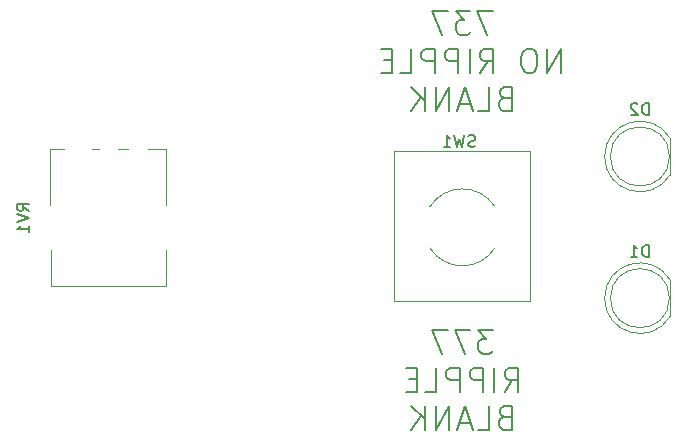
<source format=gbr>
%TF.GenerationSoftware,KiCad,Pcbnew,(6.0.4-0)*%
%TF.CreationDate,2024-04-20T10:36:54+10:00*%
%TF.ProjectId,support PCB,73757070-6f72-4742-9050-43422e6b6963,rev?*%
%TF.SameCoordinates,Original*%
%TF.FileFunction,Legend,Bot*%
%TF.FilePolarity,Positive*%
%FSLAX46Y46*%
G04 Gerber Fmt 4.6, Leading zero omitted, Abs format (unit mm)*
G04 Created by KiCad (PCBNEW (6.0.4-0)) date 2024-04-20 10:36:54*
%MOMM*%
%LPD*%
G01*
G04 APERTURE LIST*
%ADD10C,0.150000*%
%ADD11C,0.120000*%
G04 APERTURE END LIST*
D10*
X162571428Y-91684761D02*
X161238095Y-91684761D01*
X162095238Y-93684761D01*
X160666666Y-91684761D02*
X159428571Y-91684761D01*
X160095238Y-92446666D01*
X159809523Y-92446666D01*
X159619047Y-92541904D01*
X159523809Y-92637142D01*
X159428571Y-92827619D01*
X159428571Y-93303809D01*
X159523809Y-93494285D01*
X159619047Y-93589523D01*
X159809523Y-93684761D01*
X160380952Y-93684761D01*
X160571428Y-93589523D01*
X160666666Y-93494285D01*
X158761904Y-91684761D02*
X157428571Y-91684761D01*
X158285714Y-93684761D01*
X168333333Y-96904761D02*
X168333333Y-94904761D01*
X167190476Y-96904761D01*
X167190476Y-94904761D01*
X165857142Y-94904761D02*
X165476190Y-94904761D01*
X165285714Y-95000000D01*
X165095238Y-95190476D01*
X165000000Y-95571428D01*
X165000000Y-96238095D01*
X165095238Y-96619047D01*
X165285714Y-96809523D01*
X165476190Y-96904761D01*
X165857142Y-96904761D01*
X166047619Y-96809523D01*
X166238095Y-96619047D01*
X166333333Y-96238095D01*
X166333333Y-95571428D01*
X166238095Y-95190476D01*
X166047619Y-95000000D01*
X165857142Y-94904761D01*
X161476190Y-96904761D02*
X162142857Y-95952380D01*
X162619047Y-96904761D02*
X162619047Y-94904761D01*
X161857142Y-94904761D01*
X161666666Y-95000000D01*
X161571428Y-95095238D01*
X161476190Y-95285714D01*
X161476190Y-95571428D01*
X161571428Y-95761904D01*
X161666666Y-95857142D01*
X161857142Y-95952380D01*
X162619047Y-95952380D01*
X160619047Y-96904761D02*
X160619047Y-94904761D01*
X159666666Y-96904761D02*
X159666666Y-94904761D01*
X158904761Y-94904761D01*
X158714285Y-95000000D01*
X158619047Y-95095238D01*
X158523809Y-95285714D01*
X158523809Y-95571428D01*
X158619047Y-95761904D01*
X158714285Y-95857142D01*
X158904761Y-95952380D01*
X159666666Y-95952380D01*
X157666666Y-96904761D02*
X157666666Y-94904761D01*
X156904761Y-94904761D01*
X156714285Y-95000000D01*
X156619047Y-95095238D01*
X156523809Y-95285714D01*
X156523809Y-95571428D01*
X156619047Y-95761904D01*
X156714285Y-95857142D01*
X156904761Y-95952380D01*
X157666666Y-95952380D01*
X154714285Y-96904761D02*
X155666666Y-96904761D01*
X155666666Y-94904761D01*
X154047619Y-95857142D02*
X153380952Y-95857142D01*
X153095238Y-96904761D02*
X154047619Y-96904761D01*
X154047619Y-94904761D01*
X153095238Y-94904761D01*
X163571428Y-99077142D02*
X163285714Y-99172380D01*
X163190476Y-99267619D01*
X163095238Y-99458095D01*
X163095238Y-99743809D01*
X163190476Y-99934285D01*
X163285714Y-100029523D01*
X163476190Y-100124761D01*
X164238095Y-100124761D01*
X164238095Y-98124761D01*
X163571428Y-98124761D01*
X163380952Y-98220000D01*
X163285714Y-98315238D01*
X163190476Y-98505714D01*
X163190476Y-98696190D01*
X163285714Y-98886666D01*
X163380952Y-98981904D01*
X163571428Y-99077142D01*
X164238095Y-99077142D01*
X161285714Y-100124761D02*
X162238095Y-100124761D01*
X162238095Y-98124761D01*
X160714285Y-99553333D02*
X159761904Y-99553333D01*
X160904761Y-100124761D02*
X160238095Y-98124761D01*
X159571428Y-100124761D01*
X158904761Y-100124761D02*
X158904761Y-98124761D01*
X157761904Y-100124761D01*
X157761904Y-98124761D01*
X156809523Y-100124761D02*
X156809523Y-98124761D01*
X155666666Y-100124761D02*
X156523809Y-98981904D01*
X155666666Y-98124761D02*
X156809523Y-99267619D01*
X162571428Y-118684761D02*
X161333333Y-118684761D01*
X162000000Y-119446666D01*
X161714285Y-119446666D01*
X161523809Y-119541904D01*
X161428571Y-119637142D01*
X161333333Y-119827619D01*
X161333333Y-120303809D01*
X161428571Y-120494285D01*
X161523809Y-120589523D01*
X161714285Y-120684761D01*
X162285714Y-120684761D01*
X162476190Y-120589523D01*
X162571428Y-120494285D01*
X160666666Y-118684761D02*
X159333333Y-118684761D01*
X160190476Y-120684761D01*
X158761904Y-118684761D02*
X157428571Y-118684761D01*
X158285714Y-120684761D01*
X163571428Y-123904761D02*
X164238095Y-122952380D01*
X164714285Y-123904761D02*
X164714285Y-121904761D01*
X163952380Y-121904761D01*
X163761904Y-122000000D01*
X163666666Y-122095238D01*
X163571428Y-122285714D01*
X163571428Y-122571428D01*
X163666666Y-122761904D01*
X163761904Y-122857142D01*
X163952380Y-122952380D01*
X164714285Y-122952380D01*
X162714285Y-123904761D02*
X162714285Y-121904761D01*
X161761904Y-123904761D02*
X161761904Y-121904761D01*
X161000000Y-121904761D01*
X160809523Y-122000000D01*
X160714285Y-122095238D01*
X160619047Y-122285714D01*
X160619047Y-122571428D01*
X160714285Y-122761904D01*
X160809523Y-122857142D01*
X161000000Y-122952380D01*
X161761904Y-122952380D01*
X159761904Y-123904761D02*
X159761904Y-121904761D01*
X159000000Y-121904761D01*
X158809523Y-122000000D01*
X158714285Y-122095238D01*
X158619047Y-122285714D01*
X158619047Y-122571428D01*
X158714285Y-122761904D01*
X158809523Y-122857142D01*
X159000000Y-122952380D01*
X159761904Y-122952380D01*
X156809523Y-123904761D02*
X157761904Y-123904761D01*
X157761904Y-121904761D01*
X156142857Y-122857142D02*
X155476190Y-122857142D01*
X155190476Y-123904761D02*
X156142857Y-123904761D01*
X156142857Y-121904761D01*
X155190476Y-121904761D01*
X163571428Y-126077142D02*
X163285714Y-126172380D01*
X163190476Y-126267619D01*
X163095238Y-126458095D01*
X163095238Y-126743809D01*
X163190476Y-126934285D01*
X163285714Y-127029523D01*
X163476190Y-127124761D01*
X164238095Y-127124761D01*
X164238095Y-125124761D01*
X163571428Y-125124761D01*
X163380952Y-125220000D01*
X163285714Y-125315238D01*
X163190476Y-125505714D01*
X163190476Y-125696190D01*
X163285714Y-125886666D01*
X163380952Y-125981904D01*
X163571428Y-126077142D01*
X164238095Y-126077142D01*
X161285714Y-127124761D02*
X162238095Y-127124761D01*
X162238095Y-125124761D01*
X160714285Y-126553333D02*
X159761904Y-126553333D01*
X160904761Y-127124761D02*
X160238095Y-125124761D01*
X159571428Y-127124761D01*
X158904761Y-127124761D02*
X158904761Y-125124761D01*
X157761904Y-127124761D01*
X157761904Y-125124761D01*
X156809523Y-127124761D02*
X156809523Y-125124761D01*
X155666666Y-127124761D02*
X156523809Y-125981904D01*
X155666666Y-125124761D02*
X156809523Y-126267619D01*
%TO.C,SW1*%
X161083333Y-103154761D02*
X160940476Y-103202380D01*
X160702380Y-103202380D01*
X160607142Y-103154761D01*
X160559523Y-103107142D01*
X160511904Y-103011904D01*
X160511904Y-102916666D01*
X160559523Y-102821428D01*
X160607142Y-102773809D01*
X160702380Y-102726190D01*
X160892857Y-102678571D01*
X160988095Y-102630952D01*
X161035714Y-102583333D01*
X161083333Y-102488095D01*
X161083333Y-102392857D01*
X161035714Y-102297619D01*
X160988095Y-102250000D01*
X160892857Y-102202380D01*
X160654761Y-102202380D01*
X160511904Y-102250000D01*
X160178571Y-102202380D02*
X159940476Y-103202380D01*
X159750000Y-102488095D01*
X159559523Y-103202380D01*
X159321428Y-102202380D01*
X158416666Y-103202380D02*
X158988095Y-103202380D01*
X158702380Y-103202380D02*
X158702380Y-102202380D01*
X158797619Y-102345238D01*
X158892857Y-102440476D01*
X158988095Y-102488095D01*
%TO.C,RV1*%
X123312380Y-108614761D02*
X122836190Y-108281428D01*
X123312380Y-108043333D02*
X122312380Y-108043333D01*
X122312380Y-108424285D01*
X122360000Y-108519523D01*
X122407619Y-108567142D01*
X122502857Y-108614761D01*
X122645714Y-108614761D01*
X122740952Y-108567142D01*
X122788571Y-108519523D01*
X122836190Y-108424285D01*
X122836190Y-108043333D01*
X122312380Y-108900476D02*
X123312380Y-109233809D01*
X122312380Y-109567142D01*
X123312380Y-110424285D02*
X123312380Y-109852857D01*
X123312380Y-110138571D02*
X122312380Y-110138571D01*
X122455238Y-110043333D01*
X122550476Y-109948095D01*
X122598095Y-109852857D01*
%TO.C,D2*%
X175768095Y-100492380D02*
X175768095Y-99492380D01*
X175530000Y-99492380D01*
X175387142Y-99540000D01*
X175291904Y-99635238D01*
X175244285Y-99730476D01*
X175196666Y-99920952D01*
X175196666Y-100063809D01*
X175244285Y-100254285D01*
X175291904Y-100349523D01*
X175387142Y-100444761D01*
X175530000Y-100492380D01*
X175768095Y-100492380D01*
X174815714Y-99587619D02*
X174768095Y-99540000D01*
X174672857Y-99492380D01*
X174434761Y-99492380D01*
X174339523Y-99540000D01*
X174291904Y-99587619D01*
X174244285Y-99682857D01*
X174244285Y-99778095D01*
X174291904Y-99920952D01*
X174863333Y-100492380D01*
X174244285Y-100492380D01*
%TO.C,D1*%
X175768095Y-112492380D02*
X175768095Y-111492380D01*
X175530000Y-111492380D01*
X175387142Y-111540000D01*
X175291904Y-111635238D01*
X175244285Y-111730476D01*
X175196666Y-111920952D01*
X175196666Y-112063809D01*
X175244285Y-112254285D01*
X175291904Y-112349523D01*
X175387142Y-112444761D01*
X175530000Y-112492380D01*
X175768095Y-112492380D01*
X174244285Y-112492380D02*
X174815714Y-112492380D01*
X174530000Y-112492380D02*
X174530000Y-111492380D01*
X174625238Y-111635238D01*
X174720476Y-111730476D01*
X174815714Y-111778095D01*
D11*
%TO.C,SW1*%
X157287849Y-111808101D02*
G75*
G03*
X162749999Y-111749999I2712151J1808101D01*
G01*
X162712151Y-108191899D02*
G75*
G03*
X157250001Y-108250001I-2712151J-1808101D01*
G01*
X160000000Y-116250000D02*
X154250000Y-116250000D01*
X165750000Y-104750000D02*
X165750000Y-116250000D01*
X165750000Y-116250000D02*
X160000000Y-116250000D01*
X154250000Y-116250000D02*
X154250000Y-103500000D01*
X154250000Y-103500000D02*
X165750000Y-103500000D01*
X165750000Y-103500000D02*
X165750000Y-104750000D01*
%TO.C,RV1*%
X131660000Y-103380000D02*
X130830000Y-103380000D01*
X129210000Y-103380000D02*
X128680000Y-103380000D01*
X126310000Y-103380000D02*
X125130000Y-103380000D01*
X134870000Y-103380000D02*
X134870000Y-108100000D01*
X125130000Y-111910000D02*
X125130000Y-114970000D01*
X125120000Y-103380000D02*
X125120000Y-108100000D01*
X134870000Y-111910000D02*
X134870000Y-114970000D01*
X134870000Y-103380000D02*
X133380000Y-103380000D01*
X134870000Y-114970000D02*
X125130000Y-114970000D01*
%TO.C,D2*%
X172040000Y-103999538D02*
G75*
G03*
X177590000Y-105544830I2990000J-462D01*
G01*
X177590000Y-102455170D02*
G75*
G03*
X172040000Y-104000462I-2560000J-1544830D01*
G01*
X177530000Y-104000000D02*
G75*
G03*
X177530000Y-104000000I-2500000J0D01*
G01*
X177590000Y-102455000D02*
X177590000Y-105545000D01*
%TO.C,D1*%
X172040000Y-115999538D02*
G75*
G03*
X177590000Y-117544830I2990000J-462D01*
G01*
X177590000Y-114455170D02*
G75*
G03*
X172040000Y-116000462I-2560000J-1544830D01*
G01*
X177530000Y-116000000D02*
G75*
G03*
X177530000Y-116000000I-2500000J0D01*
G01*
X177590000Y-114455000D02*
X177590000Y-117545000D01*
%TD*%
M02*

</source>
